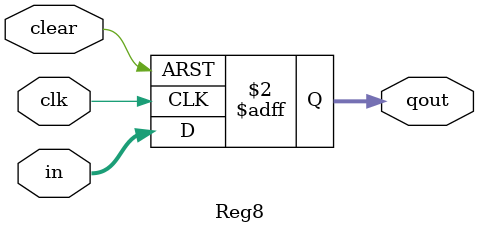
<source format=v>
module Reg8(qout,in,clk,clear);
output[7:0] qout;
input[7:0] in;
input clk,clear;
reg[7:0] qout;
always @(posedge clk or posedge clear)
begin
if(clear) qout<=0;
else  qout<=in;
end
endmodule

</source>
